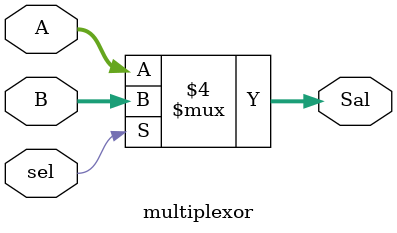
<source format=v>
`timescale 1ns/1ns

module multiplexor(
    input sel,
    input [4:0] A,
    input [4:0] B,
    output reg [4:0] Sal
);

    always @* begin
        if (sel == 0) begin
            Sal = A;    
        end 
        else begin
            Sal = B;
        end
    end

endmodule


</source>
